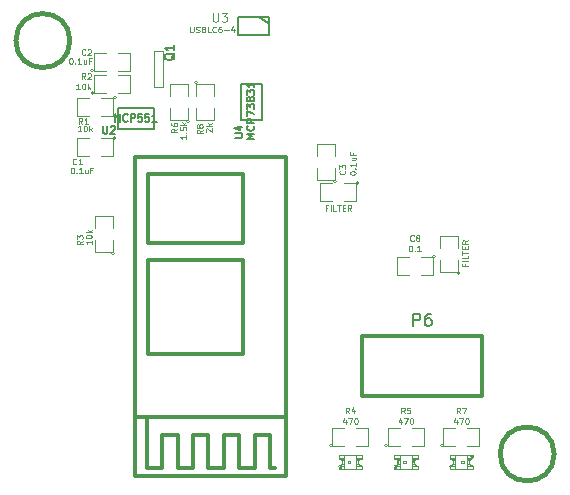
<source format=gto>
G04 (created by PCBNEW (2013-may-18)-stable) date Вт 16 фев 2016 22:09:58*
%MOIN*%
G04 Gerber Fmt 3.4, Leading zero omitted, Abs format*
%FSLAX34Y34*%
G01*
G70*
G90*
G04 APERTURE LIST*
%ADD10C,0.00590551*%
%ADD11C,0.0047*%
%ADD12C,0.005*%
%ADD13C,0.0039*%
%ADD14C,0.012*%
%ADD15C,0.0026*%
%ADD16C,0.004*%
%ADD17C,0.002*%
%ADD18C,0.0149*%
%ADD19C,0.015*%
%ADD20C,0.0051*%
%ADD21C,0.003*%
%ADD22C,0.0043*%
%ADD23C,0.008*%
G04 APERTURE END LIST*
G54D10*
G54D11*
X29450Y-18000D02*
X29450Y-16800D01*
X29450Y-16800D02*
X29750Y-16800D01*
X29750Y-16800D02*
X29750Y-18000D01*
X29750Y-18000D02*
X29450Y-18000D01*
G54D12*
X32950Y-15650D02*
X33250Y-15850D01*
X32250Y-15650D02*
X33275Y-15650D01*
X33275Y-15650D02*
X33275Y-16250D01*
X33275Y-16250D02*
X32250Y-16250D01*
X32250Y-16250D02*
X32250Y-15650D01*
X28250Y-19400D02*
X28250Y-18700D01*
X28250Y-18700D02*
X29450Y-18700D01*
X29450Y-18700D02*
X29450Y-19400D01*
X29450Y-19400D02*
X28250Y-19400D01*
X32350Y-17900D02*
X33050Y-17900D01*
X33050Y-17900D02*
X33050Y-19100D01*
X33050Y-19100D02*
X32350Y-19100D01*
X32350Y-19100D02*
X32350Y-17900D01*
G54D13*
X39100Y-29950D02*
G75*
G03X39100Y-29950I-50J0D01*
G74*
G01*
X39500Y-29950D02*
X39100Y-29950D01*
X39100Y-29950D02*
X39100Y-29350D01*
X39100Y-29350D02*
X39500Y-29350D01*
X39900Y-29350D02*
X40300Y-29350D01*
X40300Y-29350D02*
X40300Y-29950D01*
X40300Y-29950D02*
X39900Y-29950D01*
X39650Y-24200D02*
G75*
G03X39650Y-24200I-50J0D01*
G74*
G01*
X39600Y-23750D02*
X39600Y-24150D01*
X39600Y-24150D02*
X39000Y-24150D01*
X39000Y-24150D02*
X39000Y-23750D01*
X39000Y-23350D02*
X39000Y-22950D01*
X39000Y-22950D02*
X39600Y-22950D01*
X39600Y-22950D02*
X39600Y-23350D01*
X38850Y-23650D02*
G75*
G03X38850Y-23650I-50J0D01*
G74*
G01*
X38350Y-23650D02*
X38750Y-23650D01*
X38750Y-23650D02*
X38750Y-24250D01*
X38750Y-24250D02*
X38350Y-24250D01*
X37950Y-24250D02*
X37550Y-24250D01*
X37550Y-24250D02*
X37550Y-23650D01*
X37550Y-23650D02*
X37950Y-23650D01*
X36300Y-21200D02*
G75*
G03X36300Y-21200I-50J0D01*
G74*
G01*
X35800Y-21200D02*
X36200Y-21200D01*
X36200Y-21200D02*
X36200Y-21800D01*
X36200Y-21800D02*
X35800Y-21800D01*
X35400Y-21800D02*
X35000Y-21800D01*
X35000Y-21800D02*
X35000Y-21200D01*
X35000Y-21200D02*
X35400Y-21200D01*
X28150Y-23550D02*
G75*
G03X28150Y-23550I-50J0D01*
G74*
G01*
X28100Y-23100D02*
X28100Y-23500D01*
X28100Y-23500D02*
X27500Y-23500D01*
X27500Y-23500D02*
X27500Y-23100D01*
X27500Y-22700D02*
X27500Y-22300D01*
X27500Y-22300D02*
X28100Y-22300D01*
X28100Y-22300D02*
X28100Y-22700D01*
X35550Y-21150D02*
G75*
G03X35550Y-21150I-50J0D01*
G74*
G01*
X35500Y-20700D02*
X35500Y-21100D01*
X35500Y-21100D02*
X34900Y-21100D01*
X34900Y-21100D02*
X34900Y-20700D01*
X34900Y-20300D02*
X34900Y-19900D01*
X34900Y-19900D02*
X35500Y-19900D01*
X35500Y-19900D02*
X35500Y-20300D01*
X30650Y-19150D02*
G75*
G03X30650Y-19150I-50J0D01*
G74*
G01*
X30600Y-18700D02*
X30600Y-19100D01*
X30600Y-19100D02*
X30000Y-19100D01*
X30000Y-19100D02*
X30000Y-18700D01*
X30000Y-18300D02*
X30000Y-17900D01*
X30000Y-17900D02*
X30600Y-17900D01*
X30600Y-17900D02*
X30600Y-18300D01*
X37250Y-29950D02*
G75*
G03X37250Y-29950I-50J0D01*
G74*
G01*
X37650Y-29950D02*
X37250Y-29950D01*
X37250Y-29950D02*
X37250Y-29350D01*
X37250Y-29350D02*
X37650Y-29350D01*
X38050Y-29350D02*
X38450Y-29350D01*
X38450Y-29350D02*
X38450Y-29950D01*
X38450Y-29950D02*
X38050Y-29950D01*
X30900Y-17850D02*
G75*
G03X30900Y-17850I-50J0D01*
G74*
G01*
X30850Y-18300D02*
X30850Y-17900D01*
X30850Y-17900D02*
X31450Y-17900D01*
X31450Y-17900D02*
X31450Y-18300D01*
X31450Y-18700D02*
X31450Y-19100D01*
X31450Y-19100D02*
X30850Y-19100D01*
X30850Y-19100D02*
X30850Y-18700D01*
X35400Y-29950D02*
G75*
G03X35400Y-29950I-50J0D01*
G74*
G01*
X35800Y-29950D02*
X35400Y-29950D01*
X35400Y-29950D02*
X35400Y-29350D01*
X35400Y-29350D02*
X35800Y-29350D01*
X36200Y-29350D02*
X36600Y-29350D01*
X36600Y-29350D02*
X36600Y-29950D01*
X36600Y-29950D02*
X36200Y-29950D01*
X27450Y-17450D02*
G75*
G03X27450Y-17450I-50J0D01*
G74*
G01*
X27850Y-17450D02*
X27450Y-17450D01*
X27450Y-17450D02*
X27450Y-16850D01*
X27450Y-16850D02*
X27850Y-16850D01*
X28250Y-16850D02*
X28650Y-16850D01*
X28650Y-16850D02*
X28650Y-17450D01*
X28650Y-17450D02*
X28250Y-17450D01*
X27450Y-18200D02*
G75*
G03X27450Y-18200I-50J0D01*
G74*
G01*
X27850Y-18200D02*
X27450Y-18200D01*
X27450Y-18200D02*
X27450Y-17600D01*
X27450Y-17600D02*
X27850Y-17600D01*
X28250Y-17600D02*
X28650Y-17600D01*
X28650Y-17600D02*
X28650Y-18200D01*
X28650Y-18200D02*
X28250Y-18200D01*
X28200Y-18350D02*
G75*
G03X28200Y-18350I-50J0D01*
G74*
G01*
X27700Y-18350D02*
X28100Y-18350D01*
X28100Y-18350D02*
X28100Y-18950D01*
X28100Y-18950D02*
X27700Y-18950D01*
X27300Y-18950D02*
X26900Y-18950D01*
X26900Y-18950D02*
X26900Y-18350D01*
X26900Y-18350D02*
X27300Y-18350D01*
X28200Y-19700D02*
G75*
G03X28200Y-19700I-50J0D01*
G74*
G01*
X27700Y-19700D02*
X28100Y-19700D01*
X28100Y-19700D02*
X28100Y-20300D01*
X28100Y-20300D02*
X27700Y-20300D01*
X27300Y-20300D02*
X26900Y-20300D01*
X26900Y-20300D02*
X26900Y-19700D01*
X26900Y-19700D02*
X27300Y-19700D01*
G54D14*
X36400Y-26300D02*
X40400Y-26300D01*
X40400Y-26300D02*
X40400Y-28300D01*
X40400Y-28300D02*
X36400Y-28300D01*
X36400Y-28300D02*
X36400Y-26300D01*
G54D15*
X37654Y-30382D02*
X37654Y-30254D01*
X37654Y-30254D02*
X37457Y-30254D01*
X37457Y-30382D02*
X37457Y-30254D01*
X37654Y-30382D02*
X37457Y-30382D01*
X37654Y-30627D02*
X37654Y-30568D01*
X37654Y-30568D02*
X37555Y-30568D01*
X37555Y-30627D02*
X37555Y-30568D01*
X37654Y-30627D02*
X37555Y-30627D01*
X37654Y-30432D02*
X37654Y-30373D01*
X37654Y-30373D02*
X37555Y-30373D01*
X37555Y-30432D02*
X37555Y-30373D01*
X37654Y-30432D02*
X37555Y-30432D01*
X37654Y-30578D02*
X37654Y-30422D01*
X37654Y-30422D02*
X37585Y-30422D01*
X37585Y-30578D02*
X37585Y-30422D01*
X37654Y-30578D02*
X37585Y-30578D01*
X38243Y-30382D02*
X38243Y-30254D01*
X38243Y-30254D02*
X38046Y-30254D01*
X38046Y-30382D02*
X38046Y-30254D01*
X38243Y-30382D02*
X38046Y-30382D01*
X38243Y-30746D02*
X38243Y-30618D01*
X38243Y-30618D02*
X38046Y-30618D01*
X38046Y-30746D02*
X38046Y-30618D01*
X38243Y-30746D02*
X38046Y-30746D01*
X38145Y-30432D02*
X38145Y-30373D01*
X38145Y-30373D02*
X38046Y-30373D01*
X38046Y-30432D02*
X38046Y-30373D01*
X38145Y-30432D02*
X38046Y-30432D01*
X38145Y-30627D02*
X38145Y-30568D01*
X38145Y-30568D02*
X38046Y-30568D01*
X38046Y-30627D02*
X38046Y-30568D01*
X38145Y-30627D02*
X38046Y-30627D01*
X38115Y-30578D02*
X38115Y-30422D01*
X38115Y-30422D02*
X38046Y-30422D01*
X38046Y-30578D02*
X38046Y-30422D01*
X38115Y-30578D02*
X38046Y-30578D01*
X37850Y-30539D02*
X37850Y-30461D01*
X37850Y-30461D02*
X37772Y-30461D01*
X37772Y-30539D02*
X37772Y-30461D01*
X37850Y-30539D02*
X37772Y-30539D01*
X37654Y-30736D02*
X37654Y-30618D01*
X37654Y-30618D02*
X37536Y-30618D01*
X37536Y-30736D02*
X37536Y-30618D01*
X37654Y-30736D02*
X37536Y-30736D01*
X37486Y-30746D02*
X37486Y-30657D01*
X37486Y-30657D02*
X37457Y-30657D01*
X37457Y-30746D02*
X37457Y-30657D01*
X37486Y-30746D02*
X37457Y-30746D01*
G54D16*
X37644Y-30274D02*
X38056Y-30274D01*
X38046Y-30726D02*
X37486Y-30726D01*
G54D17*
X37544Y-30677D02*
G75*
G03X37544Y-30677I-28J0D01*
G74*
G01*
G54D16*
X37457Y-30637D02*
G75*
G03X37457Y-30363I0J137D01*
G74*
G01*
X38243Y-30363D02*
G75*
G03X38243Y-30637I0J-137D01*
G74*
G01*
G54D15*
X35804Y-30382D02*
X35804Y-30254D01*
X35804Y-30254D02*
X35607Y-30254D01*
X35607Y-30382D02*
X35607Y-30254D01*
X35804Y-30382D02*
X35607Y-30382D01*
X35804Y-30627D02*
X35804Y-30568D01*
X35804Y-30568D02*
X35705Y-30568D01*
X35705Y-30627D02*
X35705Y-30568D01*
X35804Y-30627D02*
X35705Y-30627D01*
X35804Y-30432D02*
X35804Y-30373D01*
X35804Y-30373D02*
X35705Y-30373D01*
X35705Y-30432D02*
X35705Y-30373D01*
X35804Y-30432D02*
X35705Y-30432D01*
X35804Y-30578D02*
X35804Y-30422D01*
X35804Y-30422D02*
X35735Y-30422D01*
X35735Y-30578D02*
X35735Y-30422D01*
X35804Y-30578D02*
X35735Y-30578D01*
X36393Y-30382D02*
X36393Y-30254D01*
X36393Y-30254D02*
X36196Y-30254D01*
X36196Y-30382D02*
X36196Y-30254D01*
X36393Y-30382D02*
X36196Y-30382D01*
X36393Y-30746D02*
X36393Y-30618D01*
X36393Y-30618D02*
X36196Y-30618D01*
X36196Y-30746D02*
X36196Y-30618D01*
X36393Y-30746D02*
X36196Y-30746D01*
X36295Y-30432D02*
X36295Y-30373D01*
X36295Y-30373D02*
X36196Y-30373D01*
X36196Y-30432D02*
X36196Y-30373D01*
X36295Y-30432D02*
X36196Y-30432D01*
X36295Y-30627D02*
X36295Y-30568D01*
X36295Y-30568D02*
X36196Y-30568D01*
X36196Y-30627D02*
X36196Y-30568D01*
X36295Y-30627D02*
X36196Y-30627D01*
X36265Y-30578D02*
X36265Y-30422D01*
X36265Y-30422D02*
X36196Y-30422D01*
X36196Y-30578D02*
X36196Y-30422D01*
X36265Y-30578D02*
X36196Y-30578D01*
X36000Y-30539D02*
X36000Y-30461D01*
X36000Y-30461D02*
X35922Y-30461D01*
X35922Y-30539D02*
X35922Y-30461D01*
X36000Y-30539D02*
X35922Y-30539D01*
X35804Y-30736D02*
X35804Y-30618D01*
X35804Y-30618D02*
X35686Y-30618D01*
X35686Y-30736D02*
X35686Y-30618D01*
X35804Y-30736D02*
X35686Y-30736D01*
X35636Y-30746D02*
X35636Y-30657D01*
X35636Y-30657D02*
X35607Y-30657D01*
X35607Y-30746D02*
X35607Y-30657D01*
X35636Y-30746D02*
X35607Y-30746D01*
G54D16*
X35794Y-30274D02*
X36206Y-30274D01*
X36196Y-30726D02*
X35636Y-30726D01*
G54D17*
X35694Y-30677D02*
G75*
G03X35694Y-30677I-28J0D01*
G74*
G01*
G54D16*
X35607Y-30637D02*
G75*
G03X35607Y-30363I0J137D01*
G74*
G01*
X36393Y-30363D02*
G75*
G03X36393Y-30637I0J-137D01*
G74*
G01*
G54D15*
X39896Y-30618D02*
X39896Y-30746D01*
X39896Y-30746D02*
X40093Y-30746D01*
X40093Y-30618D02*
X40093Y-30746D01*
X39896Y-30618D02*
X40093Y-30618D01*
X39896Y-30373D02*
X39896Y-30432D01*
X39896Y-30432D02*
X39995Y-30432D01*
X39995Y-30373D02*
X39995Y-30432D01*
X39896Y-30373D02*
X39995Y-30373D01*
X39896Y-30568D02*
X39896Y-30627D01*
X39896Y-30627D02*
X39995Y-30627D01*
X39995Y-30568D02*
X39995Y-30627D01*
X39896Y-30568D02*
X39995Y-30568D01*
X39896Y-30422D02*
X39896Y-30578D01*
X39896Y-30578D02*
X39965Y-30578D01*
X39965Y-30422D02*
X39965Y-30578D01*
X39896Y-30422D02*
X39965Y-30422D01*
X39307Y-30618D02*
X39307Y-30746D01*
X39307Y-30746D02*
X39504Y-30746D01*
X39504Y-30618D02*
X39504Y-30746D01*
X39307Y-30618D02*
X39504Y-30618D01*
X39307Y-30254D02*
X39307Y-30382D01*
X39307Y-30382D02*
X39504Y-30382D01*
X39504Y-30254D02*
X39504Y-30382D01*
X39307Y-30254D02*
X39504Y-30254D01*
X39405Y-30568D02*
X39405Y-30627D01*
X39405Y-30627D02*
X39504Y-30627D01*
X39504Y-30568D02*
X39504Y-30627D01*
X39405Y-30568D02*
X39504Y-30568D01*
X39405Y-30373D02*
X39405Y-30432D01*
X39405Y-30432D02*
X39504Y-30432D01*
X39504Y-30373D02*
X39504Y-30432D01*
X39405Y-30373D02*
X39504Y-30373D01*
X39435Y-30422D02*
X39435Y-30578D01*
X39435Y-30578D02*
X39504Y-30578D01*
X39504Y-30422D02*
X39504Y-30578D01*
X39435Y-30422D02*
X39504Y-30422D01*
X39700Y-30461D02*
X39700Y-30539D01*
X39700Y-30539D02*
X39778Y-30539D01*
X39778Y-30461D02*
X39778Y-30539D01*
X39700Y-30461D02*
X39778Y-30461D01*
X39896Y-30264D02*
X39896Y-30382D01*
X39896Y-30382D02*
X40014Y-30382D01*
X40014Y-30264D02*
X40014Y-30382D01*
X39896Y-30264D02*
X40014Y-30264D01*
X40064Y-30254D02*
X40064Y-30343D01*
X40064Y-30343D02*
X40093Y-30343D01*
X40093Y-30254D02*
X40093Y-30343D01*
X40064Y-30254D02*
X40093Y-30254D01*
G54D16*
X39906Y-30726D02*
X39494Y-30726D01*
X39504Y-30274D02*
X40064Y-30274D01*
G54D17*
X40062Y-30323D02*
G75*
G03X40062Y-30323I-28J0D01*
G74*
G01*
G54D16*
X40093Y-30363D02*
G75*
G03X40093Y-30637I0J-137D01*
G74*
G01*
X39307Y-30637D02*
G75*
G03X39307Y-30363I0J137D01*
G74*
G01*
G54D18*
X32807Y-30688D02*
X32807Y-29586D01*
X33319Y-30688D02*
X33319Y-29586D01*
X32806Y-29587D02*
X33318Y-29587D01*
X31784Y-30689D02*
X31784Y-29587D01*
X32296Y-30689D02*
X32296Y-29587D01*
X31783Y-29588D02*
X32295Y-29588D01*
X32296Y-30690D02*
X32808Y-30690D01*
X30760Y-30689D02*
X30760Y-29587D01*
X31272Y-30689D02*
X31272Y-29587D01*
X30759Y-29588D02*
X31271Y-29588D01*
X31272Y-30690D02*
X31784Y-30690D01*
X29224Y-30689D02*
X29224Y-28996D01*
X29736Y-30689D02*
X29736Y-29587D01*
X30248Y-30689D02*
X30248Y-29587D01*
X32413Y-20886D02*
X32413Y-23209D01*
X29263Y-23209D02*
X29263Y-20886D01*
X32413Y-23210D02*
X29263Y-23210D01*
X29263Y-20886D02*
X32413Y-20886D01*
X29263Y-26910D02*
X29263Y-23760D01*
X29263Y-23760D02*
X32413Y-23760D01*
X32413Y-23760D02*
X32413Y-26910D01*
X32413Y-26910D02*
X29263Y-26910D01*
X33319Y-30689D02*
X33476Y-30689D01*
X29735Y-29588D02*
X30247Y-29588D01*
X30248Y-30690D02*
X30760Y-30690D01*
X29224Y-30690D02*
X29736Y-30690D01*
X28830Y-28996D02*
X33870Y-28996D01*
X33870Y-20335D02*
X33870Y-30965D01*
X33870Y-30965D02*
X28830Y-30965D01*
X28830Y-30965D02*
X28830Y-20335D01*
X28830Y-20335D02*
X33870Y-20335D01*
G54D19*
X26650Y-16450D02*
G75*
G03X26650Y-16450I-900J0D01*
G74*
G01*
X42793Y-30229D02*
G75*
G03X42793Y-30229I-900J0D01*
G74*
G01*
G54D20*
X30150Y-16878D02*
X30135Y-16907D01*
X30107Y-16935D01*
X30064Y-16978D01*
X30050Y-17007D01*
X30050Y-17035D01*
X30121Y-17021D02*
X30107Y-17050D01*
X30078Y-17078D01*
X30021Y-17092D01*
X29921Y-17092D01*
X29864Y-17078D01*
X29835Y-17050D01*
X29821Y-17021D01*
X29821Y-16964D01*
X29835Y-16935D01*
X29864Y-16907D01*
X29921Y-16892D01*
X30021Y-16892D01*
X30078Y-16907D01*
X30107Y-16935D01*
X30121Y-16964D01*
X30121Y-17021D01*
X30121Y-16607D02*
X30121Y-16778D01*
X30121Y-16692D02*
X29821Y-16692D01*
X29864Y-16721D01*
X29892Y-16750D01*
X29907Y-16778D01*
G54D21*
X31421Y-15521D02*
X31421Y-15764D01*
X31435Y-15792D01*
X31450Y-15807D01*
X31478Y-15821D01*
X31535Y-15821D01*
X31564Y-15807D01*
X31578Y-15792D01*
X31592Y-15764D01*
X31592Y-15521D01*
X31707Y-15521D02*
X31892Y-15521D01*
X31792Y-15635D01*
X31835Y-15635D01*
X31864Y-15650D01*
X31878Y-15664D01*
X31892Y-15692D01*
X31892Y-15764D01*
X31878Y-15792D01*
X31864Y-15807D01*
X31835Y-15821D01*
X31750Y-15821D01*
X31721Y-15807D01*
X31707Y-15792D01*
X30663Y-15982D02*
X30663Y-16142D01*
X30672Y-16160D01*
X30682Y-16170D01*
X30701Y-16179D01*
X30738Y-16179D01*
X30757Y-16170D01*
X30766Y-16160D01*
X30776Y-16142D01*
X30776Y-15982D01*
X30860Y-16170D02*
X30888Y-16179D01*
X30935Y-16179D01*
X30954Y-16170D01*
X30963Y-16160D01*
X30973Y-16142D01*
X30973Y-16123D01*
X30963Y-16104D01*
X30954Y-16095D01*
X30935Y-16085D01*
X30898Y-16076D01*
X30879Y-16067D01*
X30869Y-16057D01*
X30860Y-16039D01*
X30860Y-16020D01*
X30869Y-16001D01*
X30879Y-15992D01*
X30898Y-15982D01*
X30945Y-15982D01*
X30973Y-15992D01*
X31123Y-16076D02*
X31151Y-16085D01*
X31160Y-16095D01*
X31170Y-16114D01*
X31170Y-16142D01*
X31160Y-16160D01*
X31151Y-16170D01*
X31132Y-16179D01*
X31057Y-16179D01*
X31057Y-15982D01*
X31123Y-15982D01*
X31142Y-15992D01*
X31151Y-16001D01*
X31160Y-16020D01*
X31160Y-16039D01*
X31151Y-16057D01*
X31142Y-16067D01*
X31123Y-16076D01*
X31057Y-16076D01*
X31348Y-16179D02*
X31254Y-16179D01*
X31254Y-15982D01*
X31526Y-16160D02*
X31517Y-16170D01*
X31489Y-16179D01*
X31470Y-16179D01*
X31442Y-16170D01*
X31423Y-16151D01*
X31414Y-16132D01*
X31404Y-16095D01*
X31404Y-16067D01*
X31414Y-16029D01*
X31423Y-16010D01*
X31442Y-15992D01*
X31470Y-15982D01*
X31489Y-15982D01*
X31517Y-15992D01*
X31526Y-16001D01*
X31695Y-15982D02*
X31657Y-15982D01*
X31639Y-15992D01*
X31629Y-16001D01*
X31611Y-16029D01*
X31601Y-16067D01*
X31601Y-16142D01*
X31611Y-16160D01*
X31620Y-16170D01*
X31639Y-16179D01*
X31676Y-16179D01*
X31695Y-16170D01*
X31704Y-16160D01*
X31714Y-16142D01*
X31714Y-16095D01*
X31704Y-16076D01*
X31695Y-16067D01*
X31676Y-16057D01*
X31639Y-16057D01*
X31620Y-16067D01*
X31611Y-16076D01*
X31601Y-16095D01*
X31798Y-16104D02*
X31948Y-16104D01*
X32127Y-16048D02*
X32127Y-16179D01*
X32080Y-15973D02*
X32033Y-16114D01*
X32155Y-16114D01*
G54D12*
X27759Y-19301D02*
X27759Y-19503D01*
X27771Y-19527D01*
X27783Y-19539D01*
X27807Y-19551D01*
X27854Y-19551D01*
X27878Y-19539D01*
X27890Y-19527D01*
X27902Y-19503D01*
X27902Y-19301D01*
X28009Y-19325D02*
X28021Y-19313D01*
X28045Y-19301D01*
X28104Y-19301D01*
X28128Y-19313D01*
X28140Y-19325D01*
X28152Y-19348D01*
X28152Y-19372D01*
X28140Y-19408D01*
X27997Y-19551D01*
X28152Y-19551D01*
X28171Y-19151D02*
X28171Y-18901D01*
X28314Y-19151D01*
X28314Y-18901D01*
X28576Y-19127D02*
X28564Y-19139D01*
X28528Y-19151D01*
X28504Y-19151D01*
X28469Y-19139D01*
X28445Y-19115D01*
X28433Y-19091D01*
X28421Y-19044D01*
X28421Y-19008D01*
X28433Y-18960D01*
X28445Y-18936D01*
X28469Y-18913D01*
X28504Y-18901D01*
X28528Y-18901D01*
X28564Y-18913D01*
X28576Y-18925D01*
X28683Y-19151D02*
X28683Y-18901D01*
X28778Y-18901D01*
X28802Y-18913D01*
X28814Y-18925D01*
X28826Y-18948D01*
X28826Y-18984D01*
X28814Y-19008D01*
X28802Y-19020D01*
X28778Y-19032D01*
X28683Y-19032D01*
X29052Y-18901D02*
X28933Y-18901D01*
X28921Y-19020D01*
X28933Y-19008D01*
X28957Y-18996D01*
X29016Y-18996D01*
X29040Y-19008D01*
X29052Y-19020D01*
X29064Y-19044D01*
X29064Y-19103D01*
X29052Y-19127D01*
X29040Y-19139D01*
X29016Y-19151D01*
X28957Y-19151D01*
X28933Y-19139D01*
X28921Y-19127D01*
X29290Y-18901D02*
X29171Y-18901D01*
X29159Y-19020D01*
X29171Y-19008D01*
X29195Y-18996D01*
X29254Y-18996D01*
X29278Y-19008D01*
X29290Y-19020D01*
X29302Y-19044D01*
X29302Y-19103D01*
X29290Y-19127D01*
X29278Y-19139D01*
X29254Y-19151D01*
X29195Y-19151D01*
X29171Y-19139D01*
X29159Y-19127D01*
X29540Y-19151D02*
X29397Y-19151D01*
X29469Y-19151D02*
X29469Y-18901D01*
X29445Y-18936D01*
X29421Y-18960D01*
X29397Y-18972D01*
X32151Y-19690D02*
X32353Y-19690D01*
X32377Y-19678D01*
X32389Y-19666D01*
X32401Y-19642D01*
X32401Y-19595D01*
X32389Y-19571D01*
X32377Y-19559D01*
X32353Y-19547D01*
X32151Y-19547D01*
X32234Y-19321D02*
X32401Y-19321D01*
X32139Y-19380D02*
X32317Y-19440D01*
X32317Y-19285D01*
X32801Y-19728D02*
X32551Y-19728D01*
X32729Y-19645D01*
X32551Y-19561D01*
X32801Y-19561D01*
X32777Y-19300D02*
X32789Y-19311D01*
X32801Y-19347D01*
X32801Y-19371D01*
X32789Y-19407D01*
X32765Y-19430D01*
X32741Y-19442D01*
X32694Y-19454D01*
X32658Y-19454D01*
X32610Y-19442D01*
X32586Y-19430D01*
X32563Y-19407D01*
X32551Y-19371D01*
X32551Y-19347D01*
X32563Y-19311D01*
X32575Y-19300D01*
X32801Y-19192D02*
X32551Y-19192D01*
X32551Y-19097D01*
X32563Y-19073D01*
X32575Y-19061D01*
X32598Y-19050D01*
X32634Y-19050D01*
X32658Y-19061D01*
X32670Y-19073D01*
X32682Y-19097D01*
X32682Y-19192D01*
X32551Y-18966D02*
X32551Y-18800D01*
X32801Y-18907D01*
X32551Y-18728D02*
X32551Y-18573D01*
X32646Y-18657D01*
X32646Y-18621D01*
X32658Y-18597D01*
X32670Y-18585D01*
X32694Y-18573D01*
X32753Y-18573D01*
X32777Y-18585D01*
X32789Y-18597D01*
X32801Y-18621D01*
X32801Y-18692D01*
X32789Y-18716D01*
X32777Y-18728D01*
X32658Y-18430D02*
X32646Y-18454D01*
X32634Y-18466D01*
X32610Y-18478D01*
X32598Y-18478D01*
X32575Y-18466D01*
X32563Y-18454D01*
X32551Y-18430D01*
X32551Y-18383D01*
X32563Y-18359D01*
X32575Y-18347D01*
X32598Y-18335D01*
X32610Y-18335D01*
X32634Y-18347D01*
X32646Y-18359D01*
X32658Y-18383D01*
X32658Y-18430D01*
X32670Y-18454D01*
X32682Y-18466D01*
X32705Y-18478D01*
X32753Y-18478D01*
X32777Y-18466D01*
X32789Y-18454D01*
X32801Y-18430D01*
X32801Y-18383D01*
X32789Y-18359D01*
X32777Y-18347D01*
X32753Y-18335D01*
X32705Y-18335D01*
X32682Y-18347D01*
X32670Y-18359D01*
X32658Y-18383D01*
X32551Y-18252D02*
X32551Y-18097D01*
X32646Y-18180D01*
X32646Y-18145D01*
X32658Y-18121D01*
X32670Y-18109D01*
X32694Y-18097D01*
X32753Y-18097D01*
X32777Y-18109D01*
X32789Y-18121D01*
X32801Y-18145D01*
X32801Y-18216D01*
X32789Y-18240D01*
X32777Y-18252D01*
X32801Y-17859D02*
X32801Y-18002D01*
X32801Y-17930D02*
X32551Y-17930D01*
X32586Y-17954D01*
X32610Y-17978D01*
X32622Y-18002D01*
G54D22*
X39667Y-28879D02*
X39601Y-28785D01*
X39554Y-28879D02*
X39554Y-28682D01*
X39629Y-28682D01*
X39648Y-28692D01*
X39657Y-28701D01*
X39667Y-28720D01*
X39667Y-28748D01*
X39657Y-28767D01*
X39648Y-28776D01*
X39629Y-28785D01*
X39554Y-28785D01*
X39732Y-28682D02*
X39864Y-28682D01*
X39779Y-28879D01*
X39549Y-29098D02*
X39549Y-29229D01*
X39503Y-29023D02*
X39456Y-29164D01*
X39578Y-29164D01*
X39634Y-29032D02*
X39765Y-29032D01*
X39681Y-29229D01*
X39878Y-29032D02*
X39897Y-29032D01*
X39915Y-29042D01*
X39925Y-29051D01*
X39934Y-29070D01*
X39943Y-29107D01*
X39943Y-29154D01*
X39934Y-29192D01*
X39925Y-29210D01*
X39915Y-29220D01*
X39897Y-29229D01*
X39878Y-29229D01*
X39859Y-29220D01*
X39850Y-29210D01*
X39840Y-29192D01*
X39831Y-29154D01*
X39831Y-29107D01*
X39840Y-29070D01*
X39850Y-29051D01*
X39859Y-29042D01*
X39878Y-29032D01*
X39826Y-23911D02*
X39826Y-23976D01*
X39929Y-23976D02*
X39732Y-23976D01*
X39732Y-23883D01*
X39929Y-23807D02*
X39732Y-23807D01*
X39929Y-23620D02*
X39929Y-23714D01*
X39732Y-23714D01*
X39732Y-23582D02*
X39732Y-23470D01*
X39929Y-23526D02*
X39732Y-23526D01*
X39826Y-23404D02*
X39826Y-23338D01*
X39929Y-23310D02*
X39929Y-23404D01*
X39732Y-23404D01*
X39732Y-23310D01*
X39929Y-23113D02*
X39835Y-23179D01*
X39929Y-23226D02*
X39732Y-23226D01*
X39732Y-23151D01*
X39742Y-23132D01*
X39751Y-23123D01*
X39770Y-23113D01*
X39798Y-23113D01*
X39817Y-23123D01*
X39826Y-23132D01*
X39835Y-23151D01*
X39835Y-23226D01*
X38117Y-23110D02*
X38107Y-23120D01*
X38079Y-23129D01*
X38060Y-23129D01*
X38032Y-23120D01*
X38013Y-23101D01*
X38004Y-23082D01*
X37995Y-23045D01*
X37995Y-23017D01*
X38004Y-22979D01*
X38013Y-22960D01*
X38032Y-22942D01*
X38060Y-22932D01*
X38079Y-22932D01*
X38107Y-22942D01*
X38117Y-22951D01*
X38229Y-23017D02*
X38210Y-23007D01*
X38201Y-22998D01*
X38192Y-22979D01*
X38192Y-22970D01*
X38201Y-22951D01*
X38210Y-22942D01*
X38229Y-22932D01*
X38267Y-22932D01*
X38286Y-22942D01*
X38295Y-22951D01*
X38304Y-22970D01*
X38304Y-22979D01*
X38295Y-22998D01*
X38286Y-23007D01*
X38267Y-23017D01*
X38229Y-23017D01*
X38210Y-23026D01*
X38201Y-23035D01*
X38192Y-23054D01*
X38192Y-23092D01*
X38201Y-23110D01*
X38210Y-23120D01*
X38229Y-23129D01*
X38267Y-23129D01*
X38286Y-23120D01*
X38295Y-23110D01*
X38304Y-23092D01*
X38304Y-23054D01*
X38295Y-23035D01*
X38286Y-23026D01*
X38267Y-23017D01*
X37999Y-23282D02*
X38018Y-23282D01*
X38037Y-23292D01*
X38046Y-23301D01*
X38056Y-23320D01*
X38065Y-23357D01*
X38065Y-23404D01*
X38056Y-23442D01*
X38046Y-23460D01*
X38037Y-23470D01*
X38018Y-23479D01*
X37999Y-23479D01*
X37981Y-23470D01*
X37971Y-23460D01*
X37962Y-23442D01*
X37953Y-23404D01*
X37953Y-23357D01*
X37962Y-23320D01*
X37971Y-23301D01*
X37981Y-23292D01*
X37999Y-23282D01*
X38150Y-23460D02*
X38159Y-23470D01*
X38150Y-23479D01*
X38140Y-23470D01*
X38150Y-23460D01*
X38150Y-23479D01*
X38347Y-23479D02*
X38234Y-23479D01*
X38290Y-23479D02*
X38290Y-23282D01*
X38271Y-23310D01*
X38253Y-23329D01*
X38234Y-23339D01*
X35238Y-22026D02*
X35173Y-22026D01*
X35173Y-22129D02*
X35173Y-21932D01*
X35266Y-21932D01*
X35342Y-22129D02*
X35342Y-21932D01*
X35529Y-22129D02*
X35435Y-22129D01*
X35435Y-21932D01*
X35567Y-21932D02*
X35679Y-21932D01*
X35623Y-22129D02*
X35623Y-21932D01*
X35745Y-22026D02*
X35811Y-22026D01*
X35839Y-22129D02*
X35745Y-22129D01*
X35745Y-21932D01*
X35839Y-21932D01*
X36036Y-22129D02*
X35970Y-22035D01*
X35923Y-22129D02*
X35923Y-21932D01*
X35998Y-21932D01*
X36017Y-21942D01*
X36026Y-21951D01*
X36036Y-21970D01*
X36036Y-21998D01*
X36026Y-22017D01*
X36017Y-22026D01*
X35998Y-22035D01*
X35923Y-22035D01*
X27079Y-23132D02*
X26985Y-23198D01*
X27079Y-23245D02*
X26882Y-23245D01*
X26882Y-23170D01*
X26892Y-23151D01*
X26901Y-23142D01*
X26920Y-23132D01*
X26948Y-23132D01*
X26967Y-23142D01*
X26976Y-23151D01*
X26985Y-23170D01*
X26985Y-23245D01*
X26882Y-23067D02*
X26882Y-22945D01*
X26957Y-23010D01*
X26957Y-22982D01*
X26967Y-22963D01*
X26976Y-22954D01*
X26995Y-22945D01*
X27042Y-22945D01*
X27060Y-22954D01*
X27070Y-22963D01*
X27079Y-22982D01*
X27079Y-23039D01*
X27070Y-23057D01*
X27060Y-23067D01*
X27379Y-23117D02*
X27379Y-23229D01*
X27379Y-23173D02*
X27182Y-23173D01*
X27210Y-23192D01*
X27229Y-23211D01*
X27239Y-23229D01*
X27182Y-22995D02*
X27182Y-22976D01*
X27192Y-22957D01*
X27201Y-22948D01*
X27220Y-22939D01*
X27257Y-22929D01*
X27304Y-22929D01*
X27342Y-22939D01*
X27360Y-22948D01*
X27370Y-22957D01*
X27379Y-22976D01*
X27379Y-22995D01*
X27370Y-23014D01*
X27360Y-23023D01*
X27342Y-23032D01*
X27304Y-23042D01*
X27257Y-23042D01*
X27220Y-23032D01*
X27201Y-23023D01*
X27192Y-23014D01*
X27182Y-22995D01*
X27379Y-22845D02*
X27182Y-22845D01*
X27304Y-22826D02*
X27379Y-22770D01*
X27248Y-22770D02*
X27323Y-22845D01*
X35810Y-20782D02*
X35820Y-20792D01*
X35829Y-20820D01*
X35829Y-20839D01*
X35820Y-20867D01*
X35801Y-20886D01*
X35782Y-20895D01*
X35745Y-20904D01*
X35717Y-20904D01*
X35679Y-20895D01*
X35660Y-20886D01*
X35642Y-20867D01*
X35632Y-20839D01*
X35632Y-20820D01*
X35642Y-20792D01*
X35651Y-20782D01*
X35632Y-20717D02*
X35632Y-20595D01*
X35707Y-20660D01*
X35707Y-20632D01*
X35717Y-20613D01*
X35726Y-20604D01*
X35745Y-20595D01*
X35792Y-20595D01*
X35810Y-20604D01*
X35820Y-20613D01*
X35829Y-20632D01*
X35829Y-20689D01*
X35820Y-20707D01*
X35810Y-20717D01*
X35982Y-20873D02*
X35982Y-20854D01*
X35992Y-20836D01*
X36001Y-20826D01*
X36020Y-20817D01*
X36057Y-20807D01*
X36104Y-20807D01*
X36142Y-20817D01*
X36160Y-20826D01*
X36170Y-20836D01*
X36179Y-20854D01*
X36179Y-20873D01*
X36170Y-20892D01*
X36160Y-20901D01*
X36142Y-20911D01*
X36104Y-20920D01*
X36057Y-20920D01*
X36020Y-20911D01*
X36001Y-20901D01*
X35992Y-20892D01*
X35982Y-20873D01*
X36160Y-20723D02*
X36170Y-20714D01*
X36179Y-20723D01*
X36170Y-20732D01*
X36160Y-20723D01*
X36179Y-20723D01*
X36179Y-20526D02*
X36179Y-20639D01*
X36179Y-20582D02*
X35982Y-20582D01*
X36010Y-20601D01*
X36029Y-20620D01*
X36039Y-20639D01*
X36048Y-20357D02*
X36179Y-20357D01*
X36048Y-20442D02*
X36151Y-20442D01*
X36170Y-20432D01*
X36179Y-20413D01*
X36179Y-20385D01*
X36170Y-20367D01*
X36160Y-20357D01*
X36076Y-20198D02*
X36076Y-20263D01*
X36179Y-20263D02*
X35982Y-20263D01*
X35982Y-20170D01*
X30229Y-19382D02*
X30135Y-19448D01*
X30229Y-19495D02*
X30032Y-19495D01*
X30032Y-19420D01*
X30042Y-19401D01*
X30051Y-19392D01*
X30070Y-19382D01*
X30098Y-19382D01*
X30117Y-19392D01*
X30126Y-19401D01*
X30135Y-19420D01*
X30135Y-19495D01*
X30032Y-19213D02*
X30032Y-19251D01*
X30042Y-19270D01*
X30051Y-19279D01*
X30079Y-19298D01*
X30117Y-19307D01*
X30192Y-19307D01*
X30210Y-19298D01*
X30220Y-19289D01*
X30229Y-19270D01*
X30229Y-19232D01*
X30220Y-19213D01*
X30210Y-19204D01*
X30192Y-19195D01*
X30145Y-19195D01*
X30126Y-19204D01*
X30117Y-19213D01*
X30107Y-19232D01*
X30107Y-19270D01*
X30117Y-19289D01*
X30126Y-19298D01*
X30145Y-19307D01*
X30529Y-19614D02*
X30529Y-19726D01*
X30529Y-19670D02*
X30332Y-19670D01*
X30360Y-19689D01*
X30379Y-19707D01*
X30389Y-19726D01*
X30510Y-19529D02*
X30520Y-19520D01*
X30529Y-19529D01*
X30520Y-19539D01*
X30510Y-19529D01*
X30529Y-19529D01*
X30332Y-19342D02*
X30332Y-19435D01*
X30426Y-19445D01*
X30417Y-19435D01*
X30407Y-19417D01*
X30407Y-19370D01*
X30417Y-19351D01*
X30426Y-19342D01*
X30445Y-19332D01*
X30492Y-19332D01*
X30510Y-19342D01*
X30520Y-19351D01*
X30529Y-19370D01*
X30529Y-19417D01*
X30520Y-19435D01*
X30510Y-19445D01*
X30529Y-19248D02*
X30332Y-19248D01*
X30454Y-19229D02*
X30529Y-19173D01*
X30398Y-19173D02*
X30473Y-19248D01*
X37817Y-28879D02*
X37751Y-28785D01*
X37704Y-28879D02*
X37704Y-28682D01*
X37779Y-28682D01*
X37798Y-28692D01*
X37807Y-28701D01*
X37817Y-28720D01*
X37817Y-28748D01*
X37807Y-28767D01*
X37798Y-28776D01*
X37779Y-28785D01*
X37704Y-28785D01*
X37995Y-28682D02*
X37901Y-28682D01*
X37892Y-28776D01*
X37901Y-28767D01*
X37920Y-28757D01*
X37967Y-28757D01*
X37986Y-28767D01*
X37995Y-28776D01*
X38004Y-28795D01*
X38004Y-28842D01*
X37995Y-28860D01*
X37986Y-28870D01*
X37967Y-28879D01*
X37920Y-28879D01*
X37901Y-28870D01*
X37892Y-28860D01*
X37699Y-29098D02*
X37699Y-29229D01*
X37653Y-29023D02*
X37606Y-29164D01*
X37728Y-29164D01*
X37784Y-29032D02*
X37915Y-29032D01*
X37831Y-29229D01*
X38028Y-29032D02*
X38047Y-29032D01*
X38065Y-29042D01*
X38075Y-29051D01*
X38084Y-29070D01*
X38093Y-29107D01*
X38093Y-29154D01*
X38084Y-29192D01*
X38075Y-29210D01*
X38065Y-29220D01*
X38047Y-29229D01*
X38028Y-29229D01*
X38009Y-29220D01*
X38000Y-29210D01*
X37990Y-29192D01*
X37981Y-29154D01*
X37981Y-29107D01*
X37990Y-29070D01*
X38000Y-29051D01*
X38009Y-29042D01*
X38028Y-29032D01*
X31079Y-19432D02*
X30985Y-19498D01*
X31079Y-19545D02*
X30882Y-19545D01*
X30882Y-19470D01*
X30892Y-19451D01*
X30901Y-19442D01*
X30920Y-19432D01*
X30948Y-19432D01*
X30967Y-19442D01*
X30976Y-19451D01*
X30985Y-19470D01*
X30985Y-19545D01*
X30967Y-19320D02*
X30957Y-19339D01*
X30948Y-19348D01*
X30929Y-19357D01*
X30920Y-19357D01*
X30901Y-19348D01*
X30892Y-19339D01*
X30882Y-19320D01*
X30882Y-19282D01*
X30892Y-19263D01*
X30901Y-19254D01*
X30920Y-19245D01*
X30929Y-19245D01*
X30948Y-19254D01*
X30957Y-19263D01*
X30967Y-19282D01*
X30967Y-19320D01*
X30976Y-19339D01*
X30985Y-19348D01*
X31004Y-19357D01*
X31042Y-19357D01*
X31060Y-19348D01*
X31070Y-19339D01*
X31079Y-19320D01*
X31079Y-19282D01*
X31070Y-19263D01*
X31060Y-19254D01*
X31042Y-19245D01*
X31004Y-19245D01*
X30985Y-19254D01*
X30976Y-19263D01*
X30967Y-19282D01*
X31201Y-19486D02*
X31192Y-19476D01*
X31182Y-19457D01*
X31182Y-19410D01*
X31192Y-19392D01*
X31201Y-19382D01*
X31220Y-19373D01*
X31239Y-19373D01*
X31267Y-19382D01*
X31379Y-19495D01*
X31379Y-19373D01*
X31379Y-19289D02*
X31182Y-19289D01*
X31304Y-19270D02*
X31379Y-19213D01*
X31248Y-19213D02*
X31323Y-19289D01*
X35967Y-28879D02*
X35901Y-28785D01*
X35854Y-28879D02*
X35854Y-28682D01*
X35929Y-28682D01*
X35948Y-28692D01*
X35957Y-28701D01*
X35967Y-28720D01*
X35967Y-28748D01*
X35957Y-28767D01*
X35948Y-28776D01*
X35929Y-28785D01*
X35854Y-28785D01*
X36136Y-28748D02*
X36136Y-28879D01*
X36089Y-28673D02*
X36042Y-28814D01*
X36164Y-28814D01*
X35849Y-29098D02*
X35849Y-29229D01*
X35803Y-29023D02*
X35756Y-29164D01*
X35878Y-29164D01*
X35934Y-29032D02*
X36065Y-29032D01*
X35981Y-29229D01*
X36178Y-29032D02*
X36197Y-29032D01*
X36215Y-29042D01*
X36225Y-29051D01*
X36234Y-29070D01*
X36243Y-29107D01*
X36243Y-29154D01*
X36234Y-29192D01*
X36225Y-29210D01*
X36215Y-29220D01*
X36197Y-29229D01*
X36178Y-29229D01*
X36159Y-29220D01*
X36150Y-29210D01*
X36140Y-29192D01*
X36131Y-29154D01*
X36131Y-29107D01*
X36140Y-29070D01*
X36150Y-29051D01*
X36159Y-29042D01*
X36178Y-29032D01*
X27167Y-16910D02*
X27157Y-16920D01*
X27129Y-16929D01*
X27110Y-16929D01*
X27082Y-16920D01*
X27063Y-16901D01*
X27054Y-16882D01*
X27045Y-16845D01*
X27045Y-16817D01*
X27054Y-16779D01*
X27063Y-16760D01*
X27082Y-16742D01*
X27110Y-16732D01*
X27129Y-16732D01*
X27157Y-16742D01*
X27167Y-16751D01*
X27242Y-16751D02*
X27251Y-16742D01*
X27270Y-16732D01*
X27317Y-16732D01*
X27336Y-16742D01*
X27345Y-16751D01*
X27354Y-16770D01*
X27354Y-16789D01*
X27345Y-16817D01*
X27232Y-16929D01*
X27354Y-16929D01*
X26676Y-17032D02*
X26695Y-17032D01*
X26713Y-17042D01*
X26723Y-17051D01*
X26732Y-17070D01*
X26742Y-17107D01*
X26742Y-17154D01*
X26732Y-17192D01*
X26723Y-17210D01*
X26713Y-17220D01*
X26695Y-17229D01*
X26676Y-17229D01*
X26657Y-17220D01*
X26648Y-17210D01*
X26638Y-17192D01*
X26629Y-17154D01*
X26629Y-17107D01*
X26638Y-17070D01*
X26648Y-17051D01*
X26657Y-17042D01*
X26676Y-17032D01*
X26826Y-17210D02*
X26835Y-17220D01*
X26826Y-17229D01*
X26817Y-17220D01*
X26826Y-17210D01*
X26826Y-17229D01*
X27023Y-17229D02*
X26910Y-17229D01*
X26967Y-17229D02*
X26967Y-17032D01*
X26948Y-17060D01*
X26929Y-17079D01*
X26910Y-17089D01*
X27192Y-17098D02*
X27192Y-17229D01*
X27107Y-17098D02*
X27107Y-17201D01*
X27117Y-17220D01*
X27136Y-17229D01*
X27164Y-17229D01*
X27182Y-17220D01*
X27192Y-17210D01*
X27351Y-17126D02*
X27286Y-17126D01*
X27286Y-17229D02*
X27286Y-17032D01*
X27379Y-17032D01*
X27167Y-17729D02*
X27101Y-17635D01*
X27054Y-17729D02*
X27054Y-17532D01*
X27129Y-17532D01*
X27148Y-17542D01*
X27157Y-17551D01*
X27167Y-17570D01*
X27167Y-17598D01*
X27157Y-17617D01*
X27148Y-17626D01*
X27129Y-17635D01*
X27054Y-17635D01*
X27242Y-17551D02*
X27251Y-17542D01*
X27270Y-17532D01*
X27317Y-17532D01*
X27336Y-17542D01*
X27345Y-17551D01*
X27354Y-17570D01*
X27354Y-17589D01*
X27345Y-17617D01*
X27232Y-17729D01*
X27354Y-17729D01*
X26982Y-18079D02*
X26870Y-18079D01*
X26926Y-18079D02*
X26926Y-17882D01*
X26907Y-17910D01*
X26888Y-17929D01*
X26870Y-17939D01*
X27104Y-17882D02*
X27123Y-17882D01*
X27142Y-17892D01*
X27151Y-17901D01*
X27160Y-17920D01*
X27170Y-17957D01*
X27170Y-18004D01*
X27160Y-18042D01*
X27151Y-18060D01*
X27142Y-18070D01*
X27123Y-18079D01*
X27104Y-18079D01*
X27085Y-18070D01*
X27076Y-18060D01*
X27067Y-18042D01*
X27057Y-18004D01*
X27057Y-17957D01*
X27067Y-17920D01*
X27076Y-17901D01*
X27085Y-17892D01*
X27104Y-17882D01*
X27254Y-18079D02*
X27254Y-17882D01*
X27273Y-18004D02*
X27329Y-18079D01*
X27329Y-17948D02*
X27254Y-18023D01*
X27067Y-19229D02*
X27001Y-19135D01*
X26954Y-19229D02*
X26954Y-19032D01*
X27029Y-19032D01*
X27048Y-19042D01*
X27057Y-19051D01*
X27067Y-19070D01*
X27067Y-19098D01*
X27057Y-19117D01*
X27048Y-19126D01*
X27029Y-19135D01*
X26954Y-19135D01*
X27254Y-19229D02*
X27142Y-19229D01*
X27198Y-19229D02*
X27198Y-19032D01*
X27179Y-19060D01*
X27160Y-19079D01*
X27142Y-19089D01*
X27032Y-19479D02*
X26920Y-19479D01*
X26976Y-19479D02*
X26976Y-19282D01*
X26957Y-19310D01*
X26938Y-19329D01*
X26920Y-19339D01*
X27154Y-19282D02*
X27173Y-19282D01*
X27192Y-19292D01*
X27201Y-19301D01*
X27210Y-19320D01*
X27220Y-19357D01*
X27220Y-19404D01*
X27210Y-19442D01*
X27201Y-19460D01*
X27192Y-19470D01*
X27173Y-19479D01*
X27154Y-19479D01*
X27135Y-19470D01*
X27126Y-19460D01*
X27117Y-19442D01*
X27107Y-19404D01*
X27107Y-19357D01*
X27117Y-19320D01*
X27126Y-19301D01*
X27135Y-19292D01*
X27154Y-19282D01*
X27304Y-19479D02*
X27304Y-19282D01*
X27323Y-19404D02*
X27379Y-19479D01*
X27379Y-19348D02*
X27304Y-19423D01*
X26867Y-20560D02*
X26857Y-20570D01*
X26829Y-20579D01*
X26810Y-20579D01*
X26782Y-20570D01*
X26763Y-20551D01*
X26754Y-20532D01*
X26745Y-20495D01*
X26745Y-20467D01*
X26754Y-20429D01*
X26763Y-20410D01*
X26782Y-20392D01*
X26810Y-20382D01*
X26829Y-20382D01*
X26857Y-20392D01*
X26867Y-20401D01*
X27054Y-20579D02*
X26942Y-20579D01*
X26998Y-20579D02*
X26998Y-20382D01*
X26979Y-20410D01*
X26960Y-20429D01*
X26942Y-20439D01*
X26726Y-20682D02*
X26745Y-20682D01*
X26763Y-20692D01*
X26773Y-20701D01*
X26782Y-20720D01*
X26792Y-20757D01*
X26792Y-20804D01*
X26782Y-20842D01*
X26773Y-20860D01*
X26763Y-20870D01*
X26745Y-20879D01*
X26726Y-20879D01*
X26707Y-20870D01*
X26698Y-20860D01*
X26688Y-20842D01*
X26679Y-20804D01*
X26679Y-20757D01*
X26688Y-20720D01*
X26698Y-20701D01*
X26707Y-20692D01*
X26726Y-20682D01*
X26876Y-20860D02*
X26885Y-20870D01*
X26876Y-20879D01*
X26867Y-20870D01*
X26876Y-20860D01*
X26876Y-20879D01*
X27073Y-20879D02*
X26960Y-20879D01*
X27017Y-20879D02*
X27017Y-20682D01*
X26998Y-20710D01*
X26979Y-20729D01*
X26960Y-20739D01*
X27242Y-20748D02*
X27242Y-20879D01*
X27157Y-20748D02*
X27157Y-20851D01*
X27167Y-20870D01*
X27186Y-20879D01*
X27214Y-20879D01*
X27232Y-20870D01*
X27242Y-20860D01*
X27401Y-20776D02*
X27336Y-20776D01*
X27336Y-20879D02*
X27336Y-20682D01*
X27429Y-20682D01*
G54D23*
X38104Y-25961D02*
X38104Y-25561D01*
X38257Y-25561D01*
X38295Y-25580D01*
X38314Y-25600D01*
X38333Y-25638D01*
X38333Y-25695D01*
X38314Y-25733D01*
X38295Y-25752D01*
X38257Y-25771D01*
X38104Y-25771D01*
X38676Y-25561D02*
X38600Y-25561D01*
X38561Y-25580D01*
X38542Y-25600D01*
X38504Y-25657D01*
X38485Y-25733D01*
X38485Y-25885D01*
X38504Y-25923D01*
X38523Y-25942D01*
X38561Y-25961D01*
X38638Y-25961D01*
X38676Y-25942D01*
X38695Y-25923D01*
X38714Y-25885D01*
X38714Y-25790D01*
X38695Y-25752D01*
X38676Y-25733D01*
X38638Y-25714D01*
X38561Y-25714D01*
X38523Y-25733D01*
X38504Y-25752D01*
X38485Y-25790D01*
M02*

</source>
